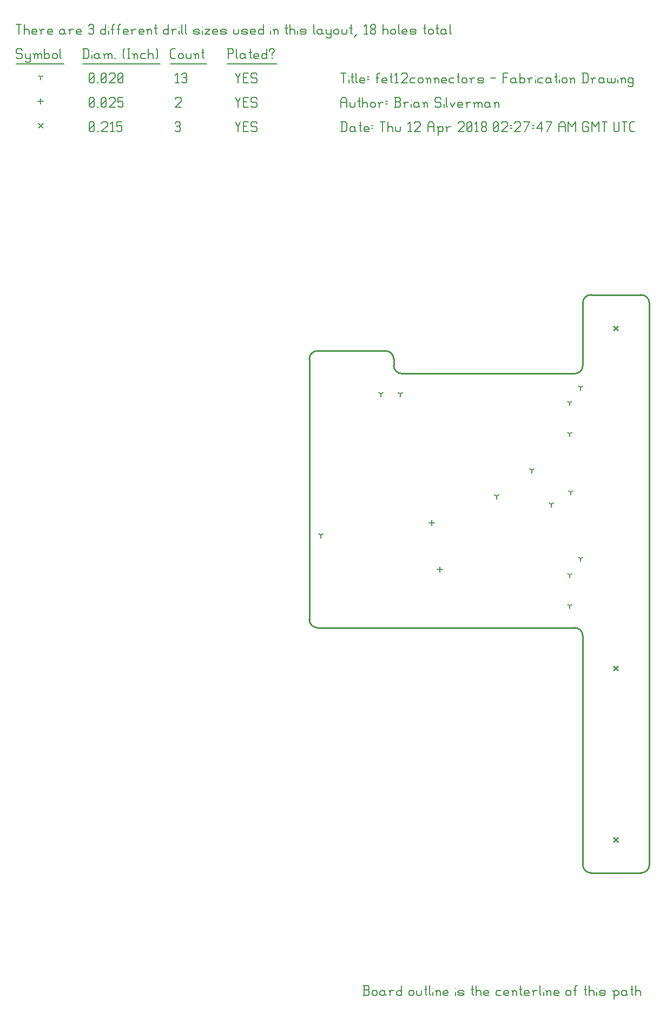
<source format=gbr>
G04 start of page 11 for group -3984 idx -3984 *
G04 Title: fet12connectors, fab *
G04 Creator: pcb 20140316 *
G04 CreationDate: Thu 12 Apr 2018 02:27:47 AM GMT UTC *
G04 For: brian *
G04 Format: Gerber/RS-274X *
G04 PCB-Dimensions (mil): 6000.00 5000.00 *
G04 PCB-Coordinate-Origin: lower left *
%MOIN*%
%FSLAX25Y25*%
%LNFAB*%
%ADD76C,0.0100*%
%ADD75C,0.0075*%
%ADD74C,0.0060*%
%ADD73C,0.0001*%
G54D73*G36*
X368300Y403266D02*X371266Y400300D01*
X370700Y399734D01*
X367734Y402700D01*
X368300Y403266D01*
G37*
G36*
X367734Y400300D02*X370700Y403266D01*
X371266Y402700D01*
X368300Y399734D01*
X367734Y400300D01*
G37*
G36*
X368300Y193766D02*X371266Y190800D01*
X370700Y190234D01*
X367734Y193200D01*
X368300Y193766D01*
G37*
G36*
X367734Y190800D02*X370700Y193766D01*
X371266Y193200D01*
X368300Y190234D01*
X367734Y190800D01*
G37*
G36*
X368300Y88266D02*X371266Y85300D01*
X370700Y84734D01*
X367734Y87700D01*
X368300Y88266D01*
G37*
G36*
X367734Y85300D02*X370700Y88266D01*
X371266Y87700D01*
X368300Y84734D01*
X367734Y85300D01*
G37*
G36*
X13800Y528016D02*X16766Y525050D01*
X16200Y524484D01*
X13234Y527450D01*
X13800Y528016D01*
G37*
G36*
X13234Y525050D02*X16200Y528016D01*
X16766Y527450D01*
X13800Y524484D01*
X13234Y525050D01*
G37*
G54D74*X135000Y528500D02*X136500Y525500D01*
X138000Y528500D01*
X136500Y525500D02*Y522500D01*
X139800Y525800D02*X142050D01*
X139800Y522500D02*X142800D01*
X139800Y528500D02*Y522500D01*
Y528500D02*X142800D01*
X147600D02*X148350Y527750D01*
X145350Y528500D02*X147600D01*
X144600Y527750D02*X145350Y528500D01*
X144600Y527750D02*Y526250D01*
X145350Y525500D01*
X147600D01*
X148350Y524750D01*
Y523250D01*
X147600Y522500D02*X148350Y523250D01*
X145350Y522500D02*X147600D01*
X144600Y523250D02*X145350Y522500D01*
X98000Y527750D02*X98750Y528500D01*
X100250D01*
X101000Y527750D01*
X100250Y522500D02*X101000Y523250D01*
X98750Y522500D02*X100250D01*
X98000Y523250D02*X98750Y522500D01*
Y525800D02*X100250D01*
X101000Y527750D02*Y526550D01*
Y525050D02*Y523250D01*
Y525050D02*X100250Y525800D01*
X101000Y526550D02*X100250Y525800D01*
X45000Y523250D02*X45750Y522500D01*
X45000Y527750D02*Y523250D01*
Y527750D02*X45750Y528500D01*
X47250D01*
X48000Y527750D01*
Y523250D01*
X47250Y522500D02*X48000Y523250D01*
X45750Y522500D02*X47250D01*
X45000Y524000D02*X48000Y527000D01*
X49800Y522500D02*X50550D01*
X52350Y527750D02*X53100Y528500D01*
X55350D01*
X56100Y527750D01*
Y526250D01*
X52350Y522500D02*X56100Y526250D01*
X52350Y522500D02*X56100D01*
X57900Y527300D02*X59100Y528500D01*
Y522500D01*
X57900D02*X60150D01*
X61950Y528500D02*X64950D01*
X61950D02*Y525500D01*
X62700Y526250D01*
X64200D01*
X64950Y525500D01*
Y523250D01*
X64200Y522500D02*X64950Y523250D01*
X62700Y522500D02*X64200D01*
X61950Y523250D02*X62700Y522500D01*
X261000Y254600D02*Y251400D01*
X259400Y253000D02*X262600D01*
X256000Y283100D02*Y279900D01*
X254400Y281500D02*X257600D01*
X15000Y542850D02*Y539650D01*
X13400Y541250D02*X16600D01*
X135000Y543500D02*X136500Y540500D01*
X138000Y543500D01*
X136500Y540500D02*Y537500D01*
X139800Y540800D02*X142050D01*
X139800Y537500D02*X142800D01*
X139800Y543500D02*Y537500D01*
Y543500D02*X142800D01*
X147600D02*X148350Y542750D01*
X145350Y543500D02*X147600D01*
X144600Y542750D02*X145350Y543500D01*
X144600Y542750D02*Y541250D01*
X145350Y540500D01*
X147600D01*
X148350Y539750D01*
Y538250D01*
X147600Y537500D02*X148350Y538250D01*
X145350Y537500D02*X147600D01*
X144600Y538250D02*X145350Y537500D01*
X98000Y542750D02*X98750Y543500D01*
X101000D01*
X101750Y542750D01*
Y541250D01*
X98000Y537500D02*X101750Y541250D01*
X98000Y537500D02*X101750D01*
X45000Y538250D02*X45750Y537500D01*
X45000Y542750D02*Y538250D01*
Y542750D02*X45750Y543500D01*
X47250D01*
X48000Y542750D01*
Y538250D01*
X47250Y537500D02*X48000Y538250D01*
X45750Y537500D02*X47250D01*
X45000Y539000D02*X48000Y542000D01*
X49800Y537500D02*X50550D01*
X52350Y538250D02*X53100Y537500D01*
X52350Y542750D02*Y538250D01*
Y542750D02*X53100Y543500D01*
X54600D01*
X55350Y542750D01*
Y538250D01*
X54600Y537500D02*X55350Y538250D01*
X53100Y537500D02*X54600D01*
X52350Y539000D02*X55350Y542000D01*
X57150Y542750D02*X57900Y543500D01*
X60150D01*
X60900Y542750D01*
Y541250D01*
X57150Y537500D02*X60900Y541250D01*
X57150Y537500D02*X60900D01*
X62700Y543500D02*X65700D01*
X62700D02*Y540500D01*
X63450Y541250D01*
X64950D01*
X65700Y540500D01*
Y538250D01*
X64950Y537500D02*X65700Y538250D01*
X63450Y537500D02*X64950D01*
X62700Y538250D02*X63450Y537500D01*
X341500Y300500D02*Y298900D01*
Y300500D02*X342887Y301300D01*
X341500Y300500D02*X340113Y301300D01*
X347500Y365000D02*Y363400D01*
Y365000D02*X348887Y365800D01*
X347500Y365000D02*X346113Y365800D01*
X341000Y336500D02*Y334900D01*
Y336500D02*X342387Y337300D01*
X341000Y336500D02*X339613Y337300D01*
X341000Y355500D02*Y353900D01*
Y355500D02*X342387Y356300D01*
X341000Y355500D02*X339613Y356300D01*
X341000Y230500D02*Y228900D01*
Y230500D02*X342387Y231300D01*
X341000Y230500D02*X339613Y231300D01*
X341000Y249500D02*Y247900D01*
Y249500D02*X342387Y250300D01*
X341000Y249500D02*X339613Y250300D01*
X347500Y259500D02*Y257900D01*
Y259500D02*X348887Y260300D01*
X347500Y259500D02*X346113Y260300D01*
X296000Y298000D02*Y296400D01*
Y298000D02*X297387Y298800D01*
X296000Y298000D02*X294613Y298800D01*
X317500Y314000D02*Y312400D01*
Y314000D02*X318887Y314800D01*
X317500Y314000D02*X316113Y314800D01*
X329500Y293000D02*Y291400D01*
Y293000D02*X330887Y293800D01*
X329500Y293000D02*X328113Y293800D01*
X187500Y274000D02*Y272400D01*
Y274000D02*X188887Y274800D01*
X187500Y274000D02*X186113Y274800D01*
X236500Y361000D02*Y359400D01*
Y361000D02*X237887Y361800D01*
X236500Y361000D02*X235113Y361800D01*
X224500Y361000D02*Y359400D01*
Y361000D02*X225887Y361800D01*
X224500Y361000D02*X223113Y361800D01*
X15000Y556250D02*Y554650D01*
Y556250D02*X16387Y557050D01*
X15000Y556250D02*X13613Y557050D01*
X135000Y558500D02*X136500Y555500D01*
X138000Y558500D01*
X136500Y555500D02*Y552500D01*
X139800Y555800D02*X142050D01*
X139800Y552500D02*X142800D01*
X139800Y558500D02*Y552500D01*
Y558500D02*X142800D01*
X147600D02*X148350Y557750D01*
X145350Y558500D02*X147600D01*
X144600Y557750D02*X145350Y558500D01*
X144600Y557750D02*Y556250D01*
X145350Y555500D01*
X147600D01*
X148350Y554750D01*
Y553250D01*
X147600Y552500D02*X148350Y553250D01*
X145350Y552500D02*X147600D01*
X144600Y553250D02*X145350Y552500D01*
X98000Y557300D02*X99200Y558500D01*
Y552500D01*
X98000D02*X100250D01*
X102050Y557750D02*X102800Y558500D01*
X104300D01*
X105050Y557750D01*
X104300Y552500D02*X105050Y553250D01*
X102800Y552500D02*X104300D01*
X102050Y553250D02*X102800Y552500D01*
Y555800D02*X104300D01*
X105050Y557750D02*Y556550D01*
Y555050D02*Y553250D01*
Y555050D02*X104300Y555800D01*
X105050Y556550D02*X104300Y555800D01*
X45000Y553250D02*X45750Y552500D01*
X45000Y557750D02*Y553250D01*
Y557750D02*X45750Y558500D01*
X47250D01*
X48000Y557750D01*
Y553250D01*
X47250Y552500D02*X48000Y553250D01*
X45750Y552500D02*X47250D01*
X45000Y554000D02*X48000Y557000D01*
X49800Y552500D02*X50550D01*
X52350Y553250D02*X53100Y552500D01*
X52350Y557750D02*Y553250D01*
Y557750D02*X53100Y558500D01*
X54600D01*
X55350Y557750D01*
Y553250D01*
X54600Y552500D02*X55350Y553250D01*
X53100Y552500D02*X54600D01*
X52350Y554000D02*X55350Y557000D01*
X57150Y557750D02*X57900Y558500D01*
X60150D01*
X60900Y557750D01*
Y556250D01*
X57150Y552500D02*X60900Y556250D01*
X57150Y552500D02*X60900D01*
X62700Y553250D02*X63450Y552500D01*
X62700Y557750D02*Y553250D01*
Y557750D02*X63450Y558500D01*
X64950D01*
X65700Y557750D01*
Y553250D01*
X64950Y552500D02*X65700Y553250D01*
X63450Y552500D02*X64950D01*
X62700Y554000D02*X65700Y557000D01*
X3000Y573500D02*X3750Y572750D01*
X750Y573500D02*X3000D01*
X0Y572750D02*X750Y573500D01*
X0Y572750D02*Y571250D01*
X750Y570500D01*
X3000D01*
X3750Y569750D01*
Y568250D01*
X3000Y567500D02*X3750Y568250D01*
X750Y567500D02*X3000D01*
X0Y568250D02*X750Y567500D01*
X5550Y570500D02*Y568250D01*
X6300Y567500D01*
X8550Y570500D02*Y566000D01*
X7800Y565250D02*X8550Y566000D01*
X6300Y565250D02*X7800D01*
X5550Y566000D02*X6300Y565250D01*
Y567500D02*X7800D01*
X8550Y568250D01*
X11100Y569750D02*Y567500D01*
Y569750D02*X11850Y570500D01*
X12600D01*
X13350Y569750D01*
Y567500D01*
Y569750D02*X14100Y570500D01*
X14850D01*
X15600Y569750D01*
Y567500D01*
X10350Y570500D02*X11100Y569750D01*
X17400Y573500D02*Y567500D01*
Y568250D02*X18150Y567500D01*
X19650D01*
X20400Y568250D01*
Y569750D02*Y568250D01*
X19650Y570500D02*X20400Y569750D01*
X18150Y570500D02*X19650D01*
X17400Y569750D02*X18150Y570500D01*
X22200Y569750D02*Y568250D01*
Y569750D02*X22950Y570500D01*
X24450D01*
X25200Y569750D01*
Y568250D01*
X24450Y567500D02*X25200Y568250D01*
X22950Y567500D02*X24450D01*
X22200Y568250D02*X22950Y567500D01*
X27000Y573500D02*Y568250D01*
X27750Y567500D01*
X0Y564250D02*X29250D01*
X41750Y573500D02*Y567500D01*
X43700Y573500D02*X44750Y572450D01*
Y568550D01*
X43700Y567500D02*X44750Y568550D01*
X41000Y567500D02*X43700D01*
X41000Y573500D02*X43700D01*
G54D75*X46550Y572000D02*Y571850D01*
G54D74*Y569750D02*Y567500D01*
X50300Y570500D02*X51050Y569750D01*
X48800Y570500D02*X50300D01*
X48050Y569750D02*X48800Y570500D01*
X48050Y569750D02*Y568250D01*
X48800Y567500D01*
X51050Y570500D02*Y568250D01*
X51800Y567500D01*
X48800D02*X50300D01*
X51050Y568250D01*
X54350Y569750D02*Y567500D01*
Y569750D02*X55100Y570500D01*
X55850D01*
X56600Y569750D01*
Y567500D01*
Y569750D02*X57350Y570500D01*
X58100D01*
X58850Y569750D01*
Y567500D01*
X53600Y570500D02*X54350Y569750D01*
X60650Y567500D02*X61400D01*
X65900Y568250D02*X66650Y567500D01*
X65900Y572750D02*X66650Y573500D01*
X65900Y572750D02*Y568250D01*
X68450Y573500D02*X69950D01*
X69200D02*Y567500D01*
X68450D02*X69950D01*
X72500Y569750D02*Y567500D01*
Y569750D02*X73250Y570500D01*
X74000D01*
X74750Y569750D01*
Y567500D01*
X71750Y570500D02*X72500Y569750D01*
X77300Y570500D02*X79550D01*
X76550Y569750D02*X77300Y570500D01*
X76550Y569750D02*Y568250D01*
X77300Y567500D01*
X79550D01*
X81350Y573500D02*Y567500D01*
Y569750D02*X82100Y570500D01*
X83600D01*
X84350Y569750D01*
Y567500D01*
X86150Y573500D02*X86900Y572750D01*
Y568250D01*
X86150Y567500D02*X86900Y568250D01*
X41000Y564250D02*X88700D01*
X96050Y567500D02*X98000D01*
X95000Y568550D02*X96050Y567500D01*
X95000Y572450D02*Y568550D01*
Y572450D02*X96050Y573500D01*
X98000D01*
X99800Y569750D02*Y568250D01*
Y569750D02*X100550Y570500D01*
X102050D01*
X102800Y569750D01*
Y568250D01*
X102050Y567500D02*X102800Y568250D01*
X100550Y567500D02*X102050D01*
X99800Y568250D02*X100550Y567500D01*
X104600Y570500D02*Y568250D01*
X105350Y567500D01*
X106850D01*
X107600Y568250D01*
Y570500D02*Y568250D01*
X110150Y569750D02*Y567500D01*
Y569750D02*X110900Y570500D01*
X111650D01*
X112400Y569750D01*
Y567500D01*
X109400Y570500D02*X110150Y569750D01*
X114950Y573500D02*Y568250D01*
X115700Y567500D01*
X114200Y571250D02*X115700D01*
X95000Y564250D02*X117200D01*
X130750Y573500D02*Y567500D01*
X130000Y573500D02*X133000D01*
X133750Y572750D01*
Y571250D01*
X133000Y570500D02*X133750Y571250D01*
X130750Y570500D02*X133000D01*
X135550Y573500D02*Y568250D01*
X136300Y567500D01*
X140050Y570500D02*X140800Y569750D01*
X138550Y570500D02*X140050D01*
X137800Y569750D02*X138550Y570500D01*
X137800Y569750D02*Y568250D01*
X138550Y567500D01*
X140800Y570500D02*Y568250D01*
X141550Y567500D01*
X138550D02*X140050D01*
X140800Y568250D01*
X144100Y573500D02*Y568250D01*
X144850Y567500D01*
X143350Y571250D02*X144850D01*
X147100Y567500D02*X149350D01*
X146350Y568250D02*X147100Y567500D01*
X146350Y569750D02*Y568250D01*
Y569750D02*X147100Y570500D01*
X148600D01*
X149350Y569750D01*
X146350Y569000D02*X149350D01*
Y569750D02*Y569000D01*
X154150Y573500D02*Y567500D01*
X153400D02*X154150Y568250D01*
X151900Y567500D02*X153400D01*
X151150Y568250D02*X151900Y567500D01*
X151150Y569750D02*Y568250D01*
Y569750D02*X151900Y570500D01*
X153400D01*
X154150Y569750D01*
X157450Y570500D02*Y569750D01*
Y568250D02*Y567500D01*
X155950Y572750D02*Y572000D01*
Y572750D02*X156700Y573500D01*
X158200D01*
X158950Y572750D01*
Y572000D01*
X157450Y570500D02*X158950Y572000D01*
X130000Y564250D02*X160750D01*
X0Y588500D02*X3000D01*
X1500D02*Y582500D01*
X4800Y588500D02*Y582500D01*
Y584750D02*X5550Y585500D01*
X7050D01*
X7800Y584750D01*
Y582500D01*
X10350D02*X12600D01*
X9600Y583250D02*X10350Y582500D01*
X9600Y584750D02*Y583250D01*
Y584750D02*X10350Y585500D01*
X11850D01*
X12600Y584750D01*
X9600Y584000D02*X12600D01*
Y584750D02*Y584000D01*
X15150Y584750D02*Y582500D01*
Y584750D02*X15900Y585500D01*
X17400D01*
X14400D02*X15150Y584750D01*
X19950Y582500D02*X22200D01*
X19200Y583250D02*X19950Y582500D01*
X19200Y584750D02*Y583250D01*
Y584750D02*X19950Y585500D01*
X21450D01*
X22200Y584750D01*
X19200Y584000D02*X22200D01*
Y584750D02*Y584000D01*
X28950Y585500D02*X29700Y584750D01*
X27450Y585500D02*X28950D01*
X26700Y584750D02*X27450Y585500D01*
X26700Y584750D02*Y583250D01*
X27450Y582500D01*
X29700Y585500D02*Y583250D01*
X30450Y582500D01*
X27450D02*X28950D01*
X29700Y583250D01*
X33000Y584750D02*Y582500D01*
Y584750D02*X33750Y585500D01*
X35250D01*
X32250D02*X33000Y584750D01*
X37800Y582500D02*X40050D01*
X37050Y583250D02*X37800Y582500D01*
X37050Y584750D02*Y583250D01*
Y584750D02*X37800Y585500D01*
X39300D01*
X40050Y584750D01*
X37050Y584000D02*X40050D01*
Y584750D02*Y584000D01*
X44550Y587750D02*X45300Y588500D01*
X46800D01*
X47550Y587750D01*
X46800Y582500D02*X47550Y583250D01*
X45300Y582500D02*X46800D01*
X44550Y583250D02*X45300Y582500D01*
Y585800D02*X46800D01*
X47550Y587750D02*Y586550D01*
Y585050D02*Y583250D01*
Y585050D02*X46800Y585800D01*
X47550Y586550D02*X46800Y585800D01*
X55050Y588500D02*Y582500D01*
X54300D02*X55050Y583250D01*
X52800Y582500D02*X54300D01*
X52050Y583250D02*X52800Y582500D01*
X52050Y584750D02*Y583250D01*
Y584750D02*X52800Y585500D01*
X54300D01*
X55050Y584750D01*
G54D75*X56850Y587000D02*Y586850D01*
G54D74*Y584750D02*Y582500D01*
X59100Y587750D02*Y582500D01*
Y587750D02*X59850Y588500D01*
X60600D01*
X58350Y585500D02*X59850D01*
X62850Y587750D02*Y582500D01*
Y587750D02*X63600Y588500D01*
X64350D01*
X62100Y585500D02*X63600D01*
X66600Y582500D02*X68850D01*
X65850Y583250D02*X66600Y582500D01*
X65850Y584750D02*Y583250D01*
Y584750D02*X66600Y585500D01*
X68100D01*
X68850Y584750D01*
X65850Y584000D02*X68850D01*
Y584750D02*Y584000D01*
X71400Y584750D02*Y582500D01*
Y584750D02*X72150Y585500D01*
X73650D01*
X70650D02*X71400Y584750D01*
X76200Y582500D02*X78450D01*
X75450Y583250D02*X76200Y582500D01*
X75450Y584750D02*Y583250D01*
Y584750D02*X76200Y585500D01*
X77700D01*
X78450Y584750D01*
X75450Y584000D02*X78450D01*
Y584750D02*Y584000D01*
X81000Y584750D02*Y582500D01*
Y584750D02*X81750Y585500D01*
X82500D01*
X83250Y584750D01*
Y582500D01*
X80250Y585500D02*X81000Y584750D01*
X85800Y588500D02*Y583250D01*
X86550Y582500D01*
X85050Y586250D02*X86550D01*
X93750Y588500D02*Y582500D01*
X93000D02*X93750Y583250D01*
X91500Y582500D02*X93000D01*
X90750Y583250D02*X91500Y582500D01*
X90750Y584750D02*Y583250D01*
Y584750D02*X91500Y585500D01*
X93000D01*
X93750Y584750D01*
X96300D02*Y582500D01*
Y584750D02*X97050Y585500D01*
X98550D01*
X95550D02*X96300Y584750D01*
G54D75*X100350Y587000D02*Y586850D01*
G54D74*Y584750D02*Y582500D01*
X101850Y588500D02*Y583250D01*
X102600Y582500D01*
X104100Y588500D02*Y583250D01*
X104850Y582500D01*
X109800D02*X112050D01*
X112800Y583250D01*
X112050Y584000D02*X112800Y583250D01*
X109800Y584000D02*X112050D01*
X109050Y584750D02*X109800Y584000D01*
X109050Y584750D02*X109800Y585500D01*
X112050D01*
X112800Y584750D01*
X109050Y583250D02*X109800Y582500D01*
G54D75*X114600Y587000D02*Y586850D01*
G54D74*Y584750D02*Y582500D01*
X116100Y585500D02*X119100D01*
X116100Y582500D02*X119100Y585500D01*
X116100Y582500D02*X119100D01*
X121650D02*X123900D01*
X120900Y583250D02*X121650Y582500D01*
X120900Y584750D02*Y583250D01*
Y584750D02*X121650Y585500D01*
X123150D01*
X123900Y584750D01*
X120900Y584000D02*X123900D01*
Y584750D02*Y584000D01*
X126450Y582500D02*X128700D01*
X129450Y583250D01*
X128700Y584000D02*X129450Y583250D01*
X126450Y584000D02*X128700D01*
X125700Y584750D02*X126450Y584000D01*
X125700Y584750D02*X126450Y585500D01*
X128700D01*
X129450Y584750D01*
X125700Y583250D02*X126450Y582500D01*
X133950Y585500D02*Y583250D01*
X134700Y582500D01*
X136200D01*
X136950Y583250D01*
Y585500D02*Y583250D01*
X139500Y582500D02*X141750D01*
X142500Y583250D01*
X141750Y584000D02*X142500Y583250D01*
X139500Y584000D02*X141750D01*
X138750Y584750D02*X139500Y584000D01*
X138750Y584750D02*X139500Y585500D01*
X141750D01*
X142500Y584750D01*
X138750Y583250D02*X139500Y582500D01*
X145050D02*X147300D01*
X144300Y583250D02*X145050Y582500D01*
X144300Y584750D02*Y583250D01*
Y584750D02*X145050Y585500D01*
X146550D01*
X147300Y584750D01*
X144300Y584000D02*X147300D01*
Y584750D02*Y584000D01*
X152100Y588500D02*Y582500D01*
X151350D02*X152100Y583250D01*
X149850Y582500D02*X151350D01*
X149100Y583250D02*X149850Y582500D01*
X149100Y584750D02*Y583250D01*
Y584750D02*X149850Y585500D01*
X151350D01*
X152100Y584750D01*
G54D75*X156600Y587000D02*Y586850D01*
G54D74*Y584750D02*Y582500D01*
X158850Y584750D02*Y582500D01*
Y584750D02*X159600Y585500D01*
X160350D01*
X161100Y584750D01*
Y582500D01*
X158100Y585500D02*X158850Y584750D01*
X166350Y588500D02*Y583250D01*
X167100Y582500D01*
X165600Y586250D02*X167100D01*
X168600Y588500D02*Y582500D01*
Y584750D02*X169350Y585500D01*
X170850D01*
X171600Y584750D01*
Y582500D01*
G54D75*X173400Y587000D02*Y586850D01*
G54D74*Y584750D02*Y582500D01*
X175650D02*X177900D01*
X178650Y583250D01*
X177900Y584000D02*X178650Y583250D01*
X175650Y584000D02*X177900D01*
X174900Y584750D02*X175650Y584000D01*
X174900Y584750D02*X175650Y585500D01*
X177900D01*
X178650Y584750D01*
X174900Y583250D02*X175650Y582500D01*
X183150Y588500D02*Y583250D01*
X183900Y582500D01*
X187650Y585500D02*X188400Y584750D01*
X186150Y585500D02*X187650D01*
X185400Y584750D02*X186150Y585500D01*
X185400Y584750D02*Y583250D01*
X186150Y582500D01*
X188400Y585500D02*Y583250D01*
X189150Y582500D01*
X186150D02*X187650D01*
X188400Y583250D01*
X190950Y585500D02*Y583250D01*
X191700Y582500D01*
X193950Y585500D02*Y581000D01*
X193200Y580250D02*X193950Y581000D01*
X191700Y580250D02*X193200D01*
X190950Y581000D02*X191700Y580250D01*
Y582500D02*X193200D01*
X193950Y583250D01*
X195750Y584750D02*Y583250D01*
Y584750D02*X196500Y585500D01*
X198000D01*
X198750Y584750D01*
Y583250D01*
X198000Y582500D02*X198750Y583250D01*
X196500Y582500D02*X198000D01*
X195750Y583250D02*X196500Y582500D01*
X200550Y585500D02*Y583250D01*
X201300Y582500D01*
X202800D01*
X203550Y583250D01*
Y585500D02*Y583250D01*
X206100Y588500D02*Y583250D01*
X206850Y582500D01*
X205350Y586250D02*X206850D01*
X208350Y581000D02*X209850Y582500D01*
X214350Y587300D02*X215550Y588500D01*
Y582500D01*
X214350D02*X216600D01*
X218400Y583250D02*X219150Y582500D01*
X218400Y584450D02*Y583250D01*
Y584450D02*X219450Y585500D01*
X220350D01*
X221400Y584450D01*
Y583250D01*
X220650Y582500D02*X221400Y583250D01*
X219150Y582500D02*X220650D01*
X218400Y586550D02*X219450Y585500D01*
X218400Y587750D02*Y586550D01*
Y587750D02*X219150Y588500D01*
X220650D01*
X221400Y587750D01*
Y586550D01*
X220350Y585500D02*X221400Y586550D01*
X225900Y588500D02*Y582500D01*
Y584750D02*X226650Y585500D01*
X228150D01*
X228900Y584750D01*
Y582500D01*
X230700Y584750D02*Y583250D01*
Y584750D02*X231450Y585500D01*
X232950D01*
X233700Y584750D01*
Y583250D01*
X232950Y582500D02*X233700Y583250D01*
X231450Y582500D02*X232950D01*
X230700Y583250D02*X231450Y582500D01*
X235500Y588500D02*Y583250D01*
X236250Y582500D01*
X238500D02*X240750D01*
X237750Y583250D02*X238500Y582500D01*
X237750Y584750D02*Y583250D01*
Y584750D02*X238500Y585500D01*
X240000D01*
X240750Y584750D01*
X237750Y584000D02*X240750D01*
Y584750D02*Y584000D01*
X243300Y582500D02*X245550D01*
X246300Y583250D01*
X245550Y584000D02*X246300Y583250D01*
X243300Y584000D02*X245550D01*
X242550Y584750D02*X243300Y584000D01*
X242550Y584750D02*X243300Y585500D01*
X245550D01*
X246300Y584750D01*
X242550Y583250D02*X243300Y582500D01*
X251550Y588500D02*Y583250D01*
X252300Y582500D01*
X250800Y586250D02*X252300D01*
X253800Y584750D02*Y583250D01*
Y584750D02*X254550Y585500D01*
X256050D01*
X256800Y584750D01*
Y583250D01*
X256050Y582500D02*X256800Y583250D01*
X254550Y582500D02*X256050D01*
X253800Y583250D02*X254550Y582500D01*
X259350Y588500D02*Y583250D01*
X260100Y582500D01*
X258600Y586250D02*X260100D01*
X263850Y585500D02*X264600Y584750D01*
X262350Y585500D02*X263850D01*
X261600Y584750D02*X262350Y585500D01*
X261600Y584750D02*Y583250D01*
X262350Y582500D01*
X264600Y585500D02*Y583250D01*
X265350Y582500D01*
X262350D02*X263850D01*
X264600Y583250D01*
X267150Y588500D02*Y583250D01*
X267900Y582500D01*
G54D76*X390000Y417000D02*Y71000D01*
X344000Y373500D02*X237500D01*
X349000Y417000D02*Y378500D01*
X354000Y422000D02*X385000D01*
X349000Y212000D02*Y71000D01*
X185500Y217000D02*X344000D01*
X354000Y66000D02*X385000D01*
X180500Y382500D02*Y222000D01*
X185500Y387500D02*X227500D01*
X232500Y382500D02*Y378500D01*
X344000Y373500D02*G75*G03X349000Y378500I0J5000D01*G01*
X385000Y422000D02*G75*G02X390000Y417000I0J-5000D01*G01*
X349000D02*G75*G02X354000Y422000I5000J0D01*G01*
X344000Y217000D02*G75*G02X349000Y212000I0J-5000D01*G01*
X354000Y66000D02*G75*G02X349000Y71000I0J5000D01*G01*
X390000D02*G75*G02X385000Y66000I-5000J0D01*G01*
X180500Y222000D02*G75*G03X185500Y217000I5000J0D01*G01*
Y387500D02*G75*G03X180500Y382500I0J-5000D01*G01*
X227500Y387500D02*G75*G02X232500Y382500I0J-5000D01*G01*
Y378500D02*G75*G03X237500Y373500I5000J0D01*G01*
G54D74*X213675Y-9500D02*X216675D01*
X217425Y-8750D01*
Y-6950D02*Y-8750D01*
X216675Y-6200D02*X217425Y-6950D01*
X214425Y-6200D02*X216675D01*
X214425Y-3500D02*Y-9500D01*
X213675Y-3500D02*X216675D01*
X217425Y-4250D01*
Y-5450D01*
X216675Y-6200D02*X217425Y-5450D01*
X219225Y-7250D02*Y-8750D01*
Y-7250D02*X219975Y-6500D01*
X221475D01*
X222225Y-7250D01*
Y-8750D01*
X221475Y-9500D02*X222225Y-8750D01*
X219975Y-9500D02*X221475D01*
X219225Y-8750D02*X219975Y-9500D01*
X226275Y-6500D02*X227025Y-7250D01*
X224775Y-6500D02*X226275D01*
X224025Y-7250D02*X224775Y-6500D01*
X224025Y-7250D02*Y-8750D01*
X224775Y-9500D01*
X227025Y-6500D02*Y-8750D01*
X227775Y-9500D01*
X224775D02*X226275D01*
X227025Y-8750D01*
X230325Y-7250D02*Y-9500D01*
Y-7250D02*X231075Y-6500D01*
X232575D01*
X229575D02*X230325Y-7250D01*
X237375Y-3500D02*Y-9500D01*
X236625D02*X237375Y-8750D01*
X235125Y-9500D02*X236625D01*
X234375Y-8750D02*X235125Y-9500D01*
X234375Y-7250D02*Y-8750D01*
Y-7250D02*X235125Y-6500D01*
X236625D01*
X237375Y-7250D01*
X241875D02*Y-8750D01*
Y-7250D02*X242625Y-6500D01*
X244125D01*
X244875Y-7250D01*
Y-8750D01*
X244125Y-9500D02*X244875Y-8750D01*
X242625Y-9500D02*X244125D01*
X241875Y-8750D02*X242625Y-9500D01*
X246675Y-6500D02*Y-8750D01*
X247425Y-9500D01*
X248925D01*
X249675Y-8750D01*
Y-6500D02*Y-8750D01*
X252225Y-3500D02*Y-8750D01*
X252975Y-9500D01*
X251475Y-5750D02*X252975D01*
X254475Y-3500D02*Y-8750D01*
X255225Y-9500D01*
G54D75*X256725Y-5000D02*Y-5150D01*
G54D74*Y-7250D02*Y-9500D01*
X258975Y-7250D02*Y-9500D01*
Y-7250D02*X259725Y-6500D01*
X260475D01*
X261225Y-7250D01*
Y-9500D01*
X258225Y-6500D02*X258975Y-7250D01*
X263775Y-9500D02*X266025D01*
X263025Y-8750D02*X263775Y-9500D01*
X263025Y-7250D02*Y-8750D01*
Y-7250D02*X263775Y-6500D01*
X265275D01*
X266025Y-7250D01*
X263025Y-8000D02*X266025D01*
Y-7250D02*Y-8000D01*
G54D75*X270525Y-5000D02*Y-5150D01*
G54D74*Y-7250D02*Y-9500D01*
X272775D02*X275025D01*
X275775Y-8750D01*
X275025Y-8000D02*X275775Y-8750D01*
X272775Y-8000D02*X275025D01*
X272025Y-7250D02*X272775Y-8000D01*
X272025Y-7250D02*X272775Y-6500D01*
X275025D01*
X275775Y-7250D01*
X272025Y-8750D02*X272775Y-9500D01*
X281025Y-3500D02*Y-8750D01*
X281775Y-9500D01*
X280275Y-5750D02*X281775D01*
X283275Y-3500D02*Y-9500D01*
Y-7250D02*X284025Y-6500D01*
X285525D01*
X286275Y-7250D01*
Y-9500D01*
X288825D02*X291075D01*
X288075Y-8750D02*X288825Y-9500D01*
X288075Y-7250D02*Y-8750D01*
Y-7250D02*X288825Y-6500D01*
X290325D01*
X291075Y-7250D01*
X288075Y-8000D02*X291075D01*
Y-7250D02*Y-8000D01*
X296325Y-6500D02*X298575D01*
X295575Y-7250D02*X296325Y-6500D01*
X295575Y-7250D02*Y-8750D01*
X296325Y-9500D01*
X298575D01*
X301125D02*X303375D01*
X300375Y-8750D02*X301125Y-9500D01*
X300375Y-7250D02*Y-8750D01*
Y-7250D02*X301125Y-6500D01*
X302625D01*
X303375Y-7250D01*
X300375Y-8000D02*X303375D01*
Y-7250D02*Y-8000D01*
X305925Y-7250D02*Y-9500D01*
Y-7250D02*X306675Y-6500D01*
X307425D01*
X308175Y-7250D01*
Y-9500D01*
X305175Y-6500D02*X305925Y-7250D01*
X310725Y-3500D02*Y-8750D01*
X311475Y-9500D01*
X309975Y-5750D02*X311475D01*
X313725Y-9500D02*X315975D01*
X312975Y-8750D02*X313725Y-9500D01*
X312975Y-7250D02*Y-8750D01*
Y-7250D02*X313725Y-6500D01*
X315225D01*
X315975Y-7250D01*
X312975Y-8000D02*X315975D01*
Y-7250D02*Y-8000D01*
X318525Y-7250D02*Y-9500D01*
Y-7250D02*X319275Y-6500D01*
X320775D01*
X317775D02*X318525Y-7250D01*
X322575Y-3500D02*Y-8750D01*
X323325Y-9500D01*
G54D75*X324825Y-5000D02*Y-5150D01*
G54D74*Y-7250D02*Y-9500D01*
X327075Y-7250D02*Y-9500D01*
Y-7250D02*X327825Y-6500D01*
X328575D01*
X329325Y-7250D01*
Y-9500D01*
X326325Y-6500D02*X327075Y-7250D01*
X331875Y-9500D02*X334125D01*
X331125Y-8750D02*X331875Y-9500D01*
X331125Y-7250D02*Y-8750D01*
Y-7250D02*X331875Y-6500D01*
X333375D01*
X334125Y-7250D01*
X331125Y-8000D02*X334125D01*
Y-7250D02*Y-8000D01*
X338625Y-7250D02*Y-8750D01*
Y-7250D02*X339375Y-6500D01*
X340875D01*
X341625Y-7250D01*
Y-8750D01*
X340875Y-9500D02*X341625Y-8750D01*
X339375Y-9500D02*X340875D01*
X338625Y-8750D02*X339375Y-9500D01*
X344175Y-4250D02*Y-9500D01*
Y-4250D02*X344925Y-3500D01*
X345675D01*
X343425Y-6500D02*X344925D01*
X350625Y-3500D02*Y-8750D01*
X351375Y-9500D01*
X349875Y-5750D02*X351375D01*
X352875Y-3500D02*Y-9500D01*
Y-7250D02*X353625Y-6500D01*
X355125D01*
X355875Y-7250D01*
Y-9500D01*
G54D75*X357675Y-5000D02*Y-5150D01*
G54D74*Y-7250D02*Y-9500D01*
X359925D02*X362175D01*
X362925Y-8750D01*
X362175Y-8000D02*X362925Y-8750D01*
X359925Y-8000D02*X362175D01*
X359175Y-7250D02*X359925Y-8000D01*
X359175Y-7250D02*X359925Y-6500D01*
X362175D01*
X362925Y-7250D01*
X359175Y-8750D02*X359925Y-9500D01*
X368175Y-7250D02*Y-11750D01*
X367425Y-6500D02*X368175Y-7250D01*
X368925Y-6500D01*
X370425D01*
X371175Y-7250D01*
Y-8750D01*
X370425Y-9500D02*X371175Y-8750D01*
X368925Y-9500D02*X370425D01*
X368175Y-8750D02*X368925Y-9500D01*
X375225Y-6500D02*X375975Y-7250D01*
X373725Y-6500D02*X375225D01*
X372975Y-7250D02*X373725Y-6500D01*
X372975Y-7250D02*Y-8750D01*
X373725Y-9500D01*
X375975Y-6500D02*Y-8750D01*
X376725Y-9500D01*
X373725D02*X375225D01*
X375975Y-8750D01*
X379275Y-3500D02*Y-8750D01*
X380025Y-9500D01*
X378525Y-5750D02*X380025D01*
X381525Y-3500D02*Y-9500D01*
Y-7250D02*X382275Y-6500D01*
X383775D01*
X384525Y-7250D01*
Y-9500D01*
X200750Y528500D02*Y522500D01*
X202700Y528500D02*X203750Y527450D01*
Y523550D01*
X202700Y522500D02*X203750Y523550D01*
X200000Y522500D02*X202700D01*
X200000Y528500D02*X202700D01*
X207800Y525500D02*X208550Y524750D01*
X206300Y525500D02*X207800D01*
X205550Y524750D02*X206300Y525500D01*
X205550Y524750D02*Y523250D01*
X206300Y522500D01*
X208550Y525500D02*Y523250D01*
X209300Y522500D01*
X206300D02*X207800D01*
X208550Y523250D01*
X211850Y528500D02*Y523250D01*
X212600Y522500D01*
X211100Y526250D02*X212600D01*
X214850Y522500D02*X217100D01*
X214100Y523250D02*X214850Y522500D01*
X214100Y524750D02*Y523250D01*
Y524750D02*X214850Y525500D01*
X216350D01*
X217100Y524750D01*
X214100Y524000D02*X217100D01*
Y524750D02*Y524000D01*
X218900Y526250D02*X219650D01*
X218900Y524750D02*X219650D01*
X224150Y528500D02*X227150D01*
X225650D02*Y522500D01*
X228950Y528500D02*Y522500D01*
Y524750D02*X229700Y525500D01*
X231200D01*
X231950Y524750D01*
Y522500D01*
X233750Y525500D02*Y523250D01*
X234500Y522500D01*
X236000D01*
X236750Y523250D01*
Y525500D02*Y523250D01*
X241250Y527300D02*X242450Y528500D01*
Y522500D01*
X241250D02*X243500D01*
X245300Y527750D02*X246050Y528500D01*
X248300D01*
X249050Y527750D01*
Y526250D01*
X245300Y522500D02*X249050Y526250D01*
X245300Y522500D02*X249050D01*
X253550Y527000D02*Y522500D01*
Y527000D02*X254600Y528500D01*
X256250D01*
X257300Y527000D01*
Y522500D01*
X253550Y525500D02*X257300D01*
X259850Y524750D02*Y520250D01*
X259100Y525500D02*X259850Y524750D01*
X260600Y525500D01*
X262100D01*
X262850Y524750D01*
Y523250D01*
X262100Y522500D02*X262850Y523250D01*
X260600Y522500D02*X262100D01*
X259850Y523250D02*X260600Y522500D01*
X265400Y524750D02*Y522500D01*
Y524750D02*X266150Y525500D01*
X267650D01*
X264650D02*X265400Y524750D01*
X272150Y527750D02*X272900Y528500D01*
X275150D01*
X275900Y527750D01*
Y526250D01*
X272150Y522500D02*X275900Y526250D01*
X272150Y522500D02*X275900D01*
X277700Y523250D02*X278450Y522500D01*
X277700Y527750D02*Y523250D01*
Y527750D02*X278450Y528500D01*
X279950D01*
X280700Y527750D01*
Y523250D01*
X279950Y522500D02*X280700Y523250D01*
X278450Y522500D02*X279950D01*
X277700Y524000D02*X280700Y527000D01*
X282500Y527300D02*X283700Y528500D01*
Y522500D01*
X282500D02*X284750D01*
X286550Y523250D02*X287300Y522500D01*
X286550Y524450D02*Y523250D01*
Y524450D02*X287600Y525500D01*
X288500D01*
X289550Y524450D01*
Y523250D01*
X288800Y522500D02*X289550Y523250D01*
X287300Y522500D02*X288800D01*
X286550Y526550D02*X287600Y525500D01*
X286550Y527750D02*Y526550D01*
Y527750D02*X287300Y528500D01*
X288800D01*
X289550Y527750D01*
Y526550D01*
X288500Y525500D02*X289550Y526550D01*
X294050Y523250D02*X294800Y522500D01*
X294050Y527750D02*Y523250D01*
Y527750D02*X294800Y528500D01*
X296300D01*
X297050Y527750D01*
Y523250D01*
X296300Y522500D02*X297050Y523250D01*
X294800Y522500D02*X296300D01*
X294050Y524000D02*X297050Y527000D01*
X298850Y527750D02*X299600Y528500D01*
X301850D01*
X302600Y527750D01*
Y526250D01*
X298850Y522500D02*X302600Y526250D01*
X298850Y522500D02*X302600D01*
X304400Y526250D02*X305150D01*
X304400Y524750D02*X305150D01*
X306950Y527750D02*X307700Y528500D01*
X309950D01*
X310700Y527750D01*
Y526250D01*
X306950Y522500D02*X310700Y526250D01*
X306950Y522500D02*X310700D01*
X313250D02*X316250Y528500D01*
X312500D02*X316250D01*
X318050Y526250D02*X318800D01*
X318050Y524750D02*X318800D01*
X320600D02*X323600Y528500D01*
X320600Y524750D02*X324350D01*
X323600Y528500D02*Y522500D01*
X326900D02*X329900Y528500D01*
X326150D02*X329900D01*
X334400Y527000D02*Y522500D01*
Y527000D02*X335450Y528500D01*
X337100D01*
X338150Y527000D01*
Y522500D01*
X334400Y525500D02*X338150D01*
X339950Y528500D02*Y522500D01*
Y528500D02*X342200Y525500D01*
X344450Y528500D01*
Y522500D01*
X351950Y528500D02*X352700Y527750D01*
X349700Y528500D02*X351950D01*
X348950Y527750D02*X349700Y528500D01*
X348950Y527750D02*Y523250D01*
X349700Y522500D01*
X351950D01*
X352700Y523250D01*
Y524750D02*Y523250D01*
X351950Y525500D02*X352700Y524750D01*
X350450Y525500D02*X351950D01*
X354500Y528500D02*Y522500D01*
Y528500D02*X356750Y525500D01*
X359000Y528500D01*
Y522500D01*
X360800Y528500D02*X363800D01*
X362300D02*Y522500D01*
X368300Y528500D02*Y523250D01*
X369050Y522500D01*
X370550D01*
X371300Y523250D01*
Y528500D02*Y523250D01*
X373100Y528500D02*X376100D01*
X374600D02*Y522500D01*
X378950D02*X380900D01*
X377900Y523550D02*X378950Y522500D01*
X377900Y527450D02*Y523550D01*
Y527450D02*X378950Y528500D01*
X380900D01*
X200000Y542000D02*Y537500D01*
Y542000D02*X201050Y543500D01*
X202700D01*
X203750Y542000D01*
Y537500D01*
X200000Y540500D02*X203750D01*
X205550D02*Y538250D01*
X206300Y537500D01*
X207800D01*
X208550Y538250D01*
Y540500D02*Y538250D01*
X211100Y543500D02*Y538250D01*
X211850Y537500D01*
X210350Y541250D02*X211850D01*
X213350Y543500D02*Y537500D01*
Y539750D02*X214100Y540500D01*
X215600D01*
X216350Y539750D01*
Y537500D01*
X218150Y539750D02*Y538250D01*
Y539750D02*X218900Y540500D01*
X220400D01*
X221150Y539750D01*
Y538250D01*
X220400Y537500D02*X221150Y538250D01*
X218900Y537500D02*X220400D01*
X218150Y538250D02*X218900Y537500D01*
X223700Y539750D02*Y537500D01*
Y539750D02*X224450Y540500D01*
X225950D01*
X222950D02*X223700Y539750D01*
X227750Y541250D02*X228500D01*
X227750Y539750D02*X228500D01*
X233000Y537500D02*X236000D01*
X236750Y538250D01*
Y540050D02*Y538250D01*
X236000Y540800D02*X236750Y540050D01*
X233750Y540800D02*X236000D01*
X233750Y543500D02*Y537500D01*
X233000Y543500D02*X236000D01*
X236750Y542750D01*
Y541550D01*
X236000Y540800D02*X236750Y541550D01*
X239300Y539750D02*Y537500D01*
Y539750D02*X240050Y540500D01*
X241550D01*
X238550D02*X239300Y539750D01*
G54D75*X243350Y542000D02*Y541850D01*
G54D74*Y539750D02*Y537500D01*
X247100Y540500D02*X247850Y539750D01*
X245600Y540500D02*X247100D01*
X244850Y539750D02*X245600Y540500D01*
X244850Y539750D02*Y538250D01*
X245600Y537500D01*
X247850Y540500D02*Y538250D01*
X248600Y537500D01*
X245600D02*X247100D01*
X247850Y538250D01*
X251150Y539750D02*Y537500D01*
Y539750D02*X251900Y540500D01*
X252650D01*
X253400Y539750D01*
Y537500D01*
X250400Y540500D02*X251150Y539750D01*
X260900Y543500D02*X261650Y542750D01*
X258650Y543500D02*X260900D01*
X257900Y542750D02*X258650Y543500D01*
X257900Y542750D02*Y541250D01*
X258650Y540500D01*
X260900D01*
X261650Y539750D01*
Y538250D01*
X260900Y537500D02*X261650Y538250D01*
X258650Y537500D02*X260900D01*
X257900Y538250D02*X258650Y537500D01*
G54D75*X263450Y542000D02*Y541850D01*
G54D74*Y539750D02*Y537500D01*
X264950Y543500D02*Y538250D01*
X265700Y537500D01*
X267200Y540500D02*X268700Y537500D01*
X270200Y540500D02*X268700Y537500D01*
X272750D02*X275000D01*
X272000Y538250D02*X272750Y537500D01*
X272000Y539750D02*Y538250D01*
Y539750D02*X272750Y540500D01*
X274250D01*
X275000Y539750D01*
X272000Y539000D02*X275000D01*
Y539750D02*Y539000D01*
X277550Y539750D02*Y537500D01*
Y539750D02*X278300Y540500D01*
X279800D01*
X276800D02*X277550Y539750D01*
X282350D02*Y537500D01*
Y539750D02*X283100Y540500D01*
X283850D01*
X284600Y539750D01*
Y537500D01*
Y539750D02*X285350Y540500D01*
X286100D01*
X286850Y539750D01*
Y537500D01*
X281600Y540500D02*X282350Y539750D01*
X290900Y540500D02*X291650Y539750D01*
X289400Y540500D02*X290900D01*
X288650Y539750D02*X289400Y540500D01*
X288650Y539750D02*Y538250D01*
X289400Y537500D01*
X291650Y540500D02*Y538250D01*
X292400Y537500D01*
X289400D02*X290900D01*
X291650Y538250D01*
X294950Y539750D02*Y537500D01*
Y539750D02*X295700Y540500D01*
X296450D01*
X297200Y539750D01*
Y537500D01*
X294200Y540500D02*X294950Y539750D01*
X200000Y558500D02*X203000D01*
X201500D02*Y552500D01*
G54D75*X204800Y557000D02*Y556850D01*
G54D74*Y554750D02*Y552500D01*
X207050Y558500D02*Y553250D01*
X207800Y552500D01*
X206300Y556250D02*X207800D01*
X209300Y558500D02*Y553250D01*
X210050Y552500D01*
X212300D02*X214550D01*
X211550Y553250D02*X212300Y552500D01*
X211550Y554750D02*Y553250D01*
Y554750D02*X212300Y555500D01*
X213800D01*
X214550Y554750D01*
X211550Y554000D02*X214550D01*
Y554750D02*Y554000D01*
X216350Y556250D02*X217100D01*
X216350Y554750D02*X217100D01*
X222350Y557750D02*Y552500D01*
Y557750D02*X223100Y558500D01*
X223850D01*
X221600Y555500D02*X223100D01*
X226100Y552500D02*X228350D01*
X225350Y553250D02*X226100Y552500D01*
X225350Y554750D02*Y553250D01*
Y554750D02*X226100Y555500D01*
X227600D01*
X228350Y554750D01*
X225350Y554000D02*X228350D01*
Y554750D02*Y554000D01*
X230900Y558500D02*Y553250D01*
X231650Y552500D01*
X230150Y556250D02*X231650D01*
X233150Y557300D02*X234350Y558500D01*
Y552500D01*
X233150D02*X235400D01*
X237200Y557750D02*X237950Y558500D01*
X240200D01*
X240950Y557750D01*
Y556250D01*
X237200Y552500D02*X240950Y556250D01*
X237200Y552500D02*X240950D01*
X243500Y555500D02*X245750D01*
X242750Y554750D02*X243500Y555500D01*
X242750Y554750D02*Y553250D01*
X243500Y552500D01*
X245750D01*
X247550Y554750D02*Y553250D01*
Y554750D02*X248300Y555500D01*
X249800D01*
X250550Y554750D01*
Y553250D01*
X249800Y552500D02*X250550Y553250D01*
X248300Y552500D02*X249800D01*
X247550Y553250D02*X248300Y552500D01*
X253100Y554750D02*Y552500D01*
Y554750D02*X253850Y555500D01*
X254600D01*
X255350Y554750D01*
Y552500D01*
X252350Y555500D02*X253100Y554750D01*
X257900D02*Y552500D01*
Y554750D02*X258650Y555500D01*
X259400D01*
X260150Y554750D01*
Y552500D01*
X257150Y555500D02*X257900Y554750D01*
X262700Y552500D02*X264950D01*
X261950Y553250D02*X262700Y552500D01*
X261950Y554750D02*Y553250D01*
Y554750D02*X262700Y555500D01*
X264200D01*
X264950Y554750D01*
X261950Y554000D02*X264950D01*
Y554750D02*Y554000D01*
X267500Y555500D02*X269750D01*
X266750Y554750D02*X267500Y555500D01*
X266750Y554750D02*Y553250D01*
X267500Y552500D01*
X269750D01*
X272300Y558500D02*Y553250D01*
X273050Y552500D01*
X271550Y556250D02*X273050D01*
X274550Y554750D02*Y553250D01*
Y554750D02*X275300Y555500D01*
X276800D01*
X277550Y554750D01*
Y553250D01*
X276800Y552500D02*X277550Y553250D01*
X275300Y552500D02*X276800D01*
X274550Y553250D02*X275300Y552500D01*
X280100Y554750D02*Y552500D01*
Y554750D02*X280850Y555500D01*
X282350D01*
X279350D02*X280100Y554750D01*
X284900Y552500D02*X287150D01*
X287900Y553250D01*
X287150Y554000D02*X287900Y553250D01*
X284900Y554000D02*X287150D01*
X284150Y554750D02*X284900Y554000D01*
X284150Y554750D02*X284900Y555500D01*
X287150D01*
X287900Y554750D01*
X284150Y553250D02*X284900Y552500D01*
X292400Y555500D02*X295400D01*
X299900Y558500D02*Y552500D01*
Y558500D02*X302900D01*
X299900Y555800D02*X302150D01*
X306950Y555500D02*X307700Y554750D01*
X305450Y555500D02*X306950D01*
X304700Y554750D02*X305450Y555500D01*
X304700Y554750D02*Y553250D01*
X305450Y552500D01*
X307700Y555500D02*Y553250D01*
X308450Y552500D01*
X305450D02*X306950D01*
X307700Y553250D01*
X310250Y558500D02*Y552500D01*
Y553250D02*X311000Y552500D01*
X312500D01*
X313250Y553250D01*
Y554750D02*Y553250D01*
X312500Y555500D02*X313250Y554750D01*
X311000Y555500D02*X312500D01*
X310250Y554750D02*X311000Y555500D01*
X315800Y554750D02*Y552500D01*
Y554750D02*X316550Y555500D01*
X318050D01*
X315050D02*X315800Y554750D01*
G54D75*X319850Y557000D02*Y556850D01*
G54D74*Y554750D02*Y552500D01*
X322100Y555500D02*X324350D01*
X321350Y554750D02*X322100Y555500D01*
X321350Y554750D02*Y553250D01*
X322100Y552500D01*
X324350D01*
X328400Y555500D02*X329150Y554750D01*
X326900Y555500D02*X328400D01*
X326150Y554750D02*X326900Y555500D01*
X326150Y554750D02*Y553250D01*
X326900Y552500D01*
X329150Y555500D02*Y553250D01*
X329900Y552500D01*
X326900D02*X328400D01*
X329150Y553250D01*
X332450Y558500D02*Y553250D01*
X333200Y552500D01*
X331700Y556250D02*X333200D01*
G54D75*X334700Y557000D02*Y556850D01*
G54D74*Y554750D02*Y552500D01*
X336200Y554750D02*Y553250D01*
Y554750D02*X336950Y555500D01*
X338450D01*
X339200Y554750D01*
Y553250D01*
X338450Y552500D02*X339200Y553250D01*
X336950Y552500D02*X338450D01*
X336200Y553250D02*X336950Y552500D01*
X341750Y554750D02*Y552500D01*
Y554750D02*X342500Y555500D01*
X343250D01*
X344000Y554750D01*
Y552500D01*
X341000Y555500D02*X341750Y554750D01*
X349250Y558500D02*Y552500D01*
X351200Y558500D02*X352250Y557450D01*
Y553550D01*
X351200Y552500D02*X352250Y553550D01*
X348500Y552500D02*X351200D01*
X348500Y558500D02*X351200D01*
X354800Y554750D02*Y552500D01*
Y554750D02*X355550Y555500D01*
X357050D01*
X354050D02*X354800Y554750D01*
X361100Y555500D02*X361850Y554750D01*
X359600Y555500D02*X361100D01*
X358850Y554750D02*X359600Y555500D01*
X358850Y554750D02*Y553250D01*
X359600Y552500D01*
X361850Y555500D02*Y553250D01*
X362600Y552500D01*
X359600D02*X361100D01*
X361850Y553250D01*
X364400Y555500D02*Y553250D01*
X365150Y552500D01*
X365900D01*
X366650Y553250D01*
Y555500D02*Y553250D01*
X367400Y552500D01*
X368150D01*
X368900Y553250D01*
Y555500D02*Y553250D01*
G54D75*X370700Y557000D02*Y556850D01*
G54D74*Y554750D02*Y552500D01*
X372950Y554750D02*Y552500D01*
Y554750D02*X373700Y555500D01*
X374450D01*
X375200Y554750D01*
Y552500D01*
X372200Y555500D02*X372950Y554750D01*
X379250Y555500D02*X380000Y554750D01*
X377750Y555500D02*X379250D01*
X377000Y554750D02*X377750Y555500D01*
X377000Y554750D02*Y553250D01*
X377750Y552500D01*
X379250D01*
X380000Y553250D01*
X377000Y551000D02*X377750Y550250D01*
X379250D01*
X380000Y551000D01*
Y555500D02*Y551000D01*
M02*

</source>
